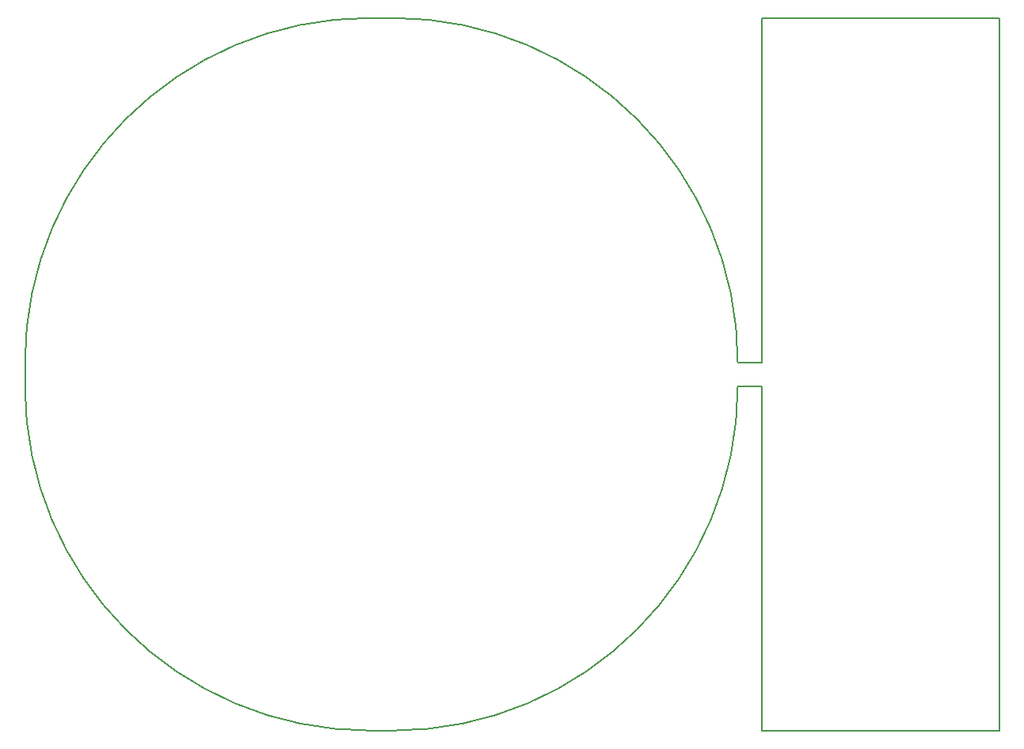
<source format=gbr>
G04 (created by PCBNEW (2013-07-07 BZR 4022)-stable) date 11/9/2013 6:13:17 PM*
%MOIN*%
G04 Gerber Fmt 3.4, Leading zero omitted, Abs format*
%FSLAX34Y34*%
G01*
G70*
G90*
G04 APERTURE LIST*
%ADD10C,0.006*%
%ADD11C,0.005*%
G04 APERTURE END LIST*
G54D10*
G54D11*
X41000Y0D02*
X31000Y0D01*
X41000Y30000D02*
X41000Y0D01*
X31000Y30000D02*
X41000Y30000D01*
X31000Y14500D02*
X30000Y14500D01*
X31000Y0D02*
X31000Y14500D01*
X31000Y15500D02*
X31000Y30000D01*
X30000Y15500D02*
X31000Y15500D01*
X0Y14500D02*
G75*
G03X14500Y0I14500J0D01*
G74*
G01*
X14500Y30000D02*
G75*
G03X0Y15500I0J-14500D01*
G74*
G01*
X15500Y0D02*
G75*
G03X30000Y14500I0J14500D01*
G74*
G01*
X30000Y15500D02*
G75*
G03X15500Y30000I-14500J0D01*
G74*
G01*
X15500Y30000D02*
X14500Y30000D01*
X0Y15500D02*
X0Y14500D01*
X14500Y0D02*
X15500Y0D01*
M02*

</source>
